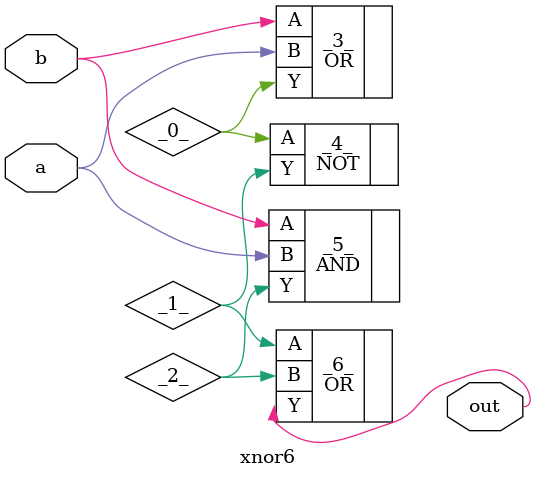
<source format=v>
/* Generated by Yosys 0.41+83 (git sha1 7045cf509, x86_64-w64-mingw32-g++ 13.2.1 -Os) */

/* cells_not_processed =  1  */
/* src = "xnor6.v:1.1-9.10" */
module xnor6(a, b, out);
  wire _0_;
  wire _1_;
  wire _2_;
  /* src = "xnor6.v:2.16-2.17" */
  input a;
  wire a;
  /* src = "xnor6.v:3.16-3.17" */
  input b;
  wire b;
  /* src = "xnor6.v:4.17-4.20" */
  output out;
  wire out;
  OR _3_ (
    .A(b),
    .B(a),
    .Y(_0_)
  );
  NOT _4_ (
    .A(_0_),
    .Y(_1_)
  );
  AND _5_ (
    .A(b),
    .B(a),
    .Y(_2_)
  );
  OR _6_ (
    .A(_1_),
    .B(_2_),
    .Y(out)
  );
endmodule

</source>
